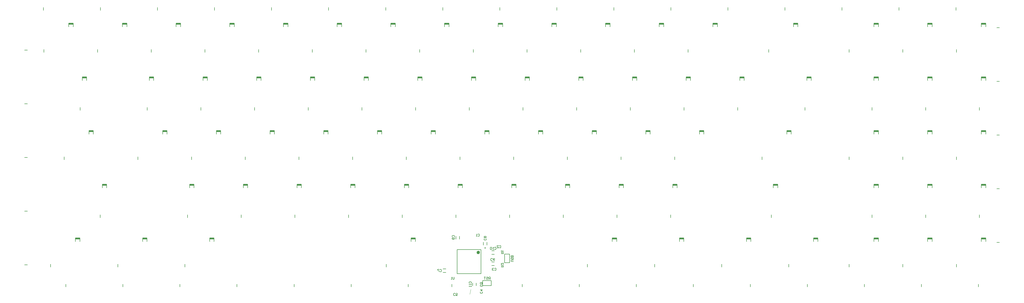
<source format=gbo>
G04*
G04 #@! TF.GenerationSoftware,Altium Limited,Altium Designer,20.1.14 (287)*
G04*
G04 Layer_Color=32896*
%FSLAX25Y25*%
%MOIN*%
G70*
G04*
G04 #@! TF.SameCoordinates,5E7EC535-6302-435E-A40C-08F812187638*
G04*
G04*
G04 #@! TF.FilePolarity,Positive*
G04*
G01*
G75*
%ADD10C,0.00500*%
%ADD67C,0.00984*%
%ADD68C,0.02362*%
%ADD69C,0.00787*%
%ADD70C,0.00394*%
%ADD71C,0.00600*%
%ADD72R,0.06248X0.02000*%
D10*
X952251Y14710D02*
Y18647D01*
X1031938Y14710D02*
Y18647D01*
X1111626Y14710D02*
Y18647D01*
X1191313Y14710D02*
Y18647D01*
X1271001Y14710D02*
Y18647D01*
X1350688Y14710D02*
Y18647D01*
X1376153Y76818D02*
X1380090D01*
X1376153Y151817D02*
X1380090D01*
X1376153Y226817D02*
X1380090D01*
X1376153Y301817D02*
X1380090D01*
X75688Y14710D02*
Y18647D01*
X155376Y14710D02*
Y18647D01*
X235064Y14710D02*
Y18647D01*
X314751Y14710D02*
Y18647D01*
X394439Y14710D02*
Y18647D01*
X474126Y14710D02*
Y18647D01*
X553814Y14710D02*
Y18647D01*
X614901Y14710D02*
Y18647D01*
X713189Y14710D02*
Y18647D01*
X792876Y14710D02*
Y18647D01*
X872563Y14710D02*
Y18647D01*
X442749Y401153D02*
Y405090D01*
X363061Y401153D02*
Y405090D01*
X283374Y401153D02*
Y405090D01*
X203686Y401153D02*
Y405090D01*
X123999Y401153D02*
Y405090D01*
X44311Y401153D02*
Y405090D01*
X17910Y345443D02*
X21847D01*
X17910Y270437D02*
X21847D01*
X17910Y195437D02*
X21847D01*
X17910Y120437D02*
X21847D01*
X17910Y45437D02*
X21847D01*
X1319312Y401153D02*
Y405090D01*
X1239624Y401153D02*
Y405090D01*
X1159937Y401153D02*
Y405090D01*
X1080249Y401153D02*
Y405090D01*
X1000562Y401153D02*
Y405090D01*
X920874Y401153D02*
Y405090D01*
X841187Y401153D02*
Y405090D01*
X761499Y401153D02*
Y405090D01*
X681812Y401153D02*
Y405090D01*
X602124Y401153D02*
Y405090D01*
X522437Y401153D02*
Y405090D01*
X1376153Y376817D02*
X1380090D01*
X119996Y342536D02*
Y346473D01*
X194996Y342536D02*
Y346473D01*
X269996Y342536D02*
Y346473D01*
X344996Y342536D02*
Y346473D01*
X419990Y342536D02*
Y346473D01*
X494994Y342540D02*
Y346477D01*
X644998Y342536D02*
Y346473D01*
X719998Y342536D02*
Y346473D01*
X794998Y342536D02*
Y346473D01*
X869998Y342536D02*
Y346473D01*
X944998Y342536D02*
Y346473D01*
X1057498Y342536D02*
Y346473D01*
X1169998Y342536D02*
Y346473D01*
X1244995Y342539D02*
Y346476D01*
X1319998Y342536D02*
Y346473D01*
X73118Y192533D02*
Y196470D01*
X176244Y192533D02*
Y196470D01*
X251244Y192533D02*
Y196470D01*
X326244Y192533D02*
Y196470D01*
X401244Y192534D02*
Y196471D01*
X476244Y192534D02*
Y196471D01*
X551244Y192534D02*
Y196471D01*
X626244Y192534D02*
Y196471D01*
X701244Y192534D02*
Y196471D01*
X776244Y192534D02*
Y196471D01*
X851244Y192534D02*
Y196471D01*
X926244Y192534D02*
Y196471D01*
X1048118Y192534D02*
Y196471D01*
X1085618Y42535D02*
Y46472D01*
X1169998Y192536D02*
Y196473D01*
X1244998Y192536D02*
Y196473D01*
X1319998Y192536D02*
Y196473D01*
X54368Y42533D02*
Y46470D01*
X148119Y42534D02*
Y46471D01*
X241869Y42534D02*
Y46471D01*
X523118Y42535D02*
Y46472D01*
X804370Y42535D02*
Y46472D01*
X898118Y42535D02*
Y46472D01*
X991870Y42535D02*
Y46472D01*
X1169998Y42537D02*
Y46474D01*
X1319998Y42537D02*
Y46474D01*
X44993Y342539D02*
Y346476D01*
X1244998Y42537D02*
Y46474D01*
X569998Y342536D02*
Y346473D01*
X189379Y261522D02*
Y265459D01*
X264379Y261522D02*
Y265459D01*
X339379Y261522D02*
Y265459D01*
X414380Y261523D02*
Y265460D01*
X489381Y261522D02*
Y265459D01*
X639381Y261522D02*
Y265459D01*
X714381Y261522D02*
Y265459D01*
X789381Y261522D02*
Y265459D01*
X864381Y261522D02*
Y265459D01*
X939381Y261522D02*
Y265459D01*
X1014381Y261522D02*
Y265459D01*
X1108127Y261520D02*
Y265457D01*
X1201881Y261522D02*
Y265459D01*
X1276881Y261522D02*
Y265459D01*
X1351881Y261522D02*
Y265459D01*
X123751Y111520D02*
Y115456D01*
X245627Y111520D02*
Y115457D01*
X320627Y111520D02*
Y115457D01*
X395627Y111520D02*
Y115457D01*
X470627Y111521D02*
Y115458D01*
X545627Y111521D02*
Y115458D01*
X620627Y111521D02*
Y115458D01*
X695627Y111521D02*
Y115458D01*
X770627Y111521D02*
Y115458D01*
X845627Y111521D02*
Y115458D01*
X920627Y111521D02*
Y115458D01*
X1061253Y111521D02*
Y115458D01*
X1201881Y111523D02*
Y115460D01*
X1276881Y111523D02*
Y115460D01*
X1351881Y111523D02*
Y115460D01*
X95626Y261519D02*
Y265456D01*
X564381Y261522D02*
Y265459D01*
D67*
X661909Y69095D02*
G03*
X661909Y69095I-492J0D01*
G01*
D68*
X652953Y62795D02*
G03*
X652953Y62795I-1181J0D01*
G01*
D69*
X154687Y383152D02*
X160790D01*
Y378152D02*
Y383152D01*
X154687Y378152D02*
Y383152D01*
X229687Y378152D02*
Y383152D01*
X235790Y378152D02*
Y383152D01*
X229687D02*
X235790D01*
X304687D02*
X310790D01*
Y378152D02*
Y383152D01*
X304687Y378152D02*
Y383152D01*
X379687Y378152D02*
Y383152D01*
X385790Y378152D02*
Y383152D01*
X379687D02*
X385790D01*
X454681D02*
X460783D01*
Y378152D02*
Y383152D01*
X454681Y378152D02*
Y383152D01*
X529685Y378156D02*
Y383156D01*
X535787Y378156D02*
Y383156D01*
X529685D02*
X535787D01*
X679689Y383152D02*
X685791D01*
Y378152D02*
Y383152D01*
X679689Y378152D02*
Y383152D01*
X754689Y378152D02*
Y383152D01*
X760791Y378152D02*
Y383152D01*
X754689D02*
X760791D01*
X829689D02*
X835791D01*
Y378152D02*
Y383152D01*
X829689Y378152D02*
Y383152D01*
X904689Y378152D02*
Y383152D01*
X910791Y378152D02*
Y383152D01*
X904689D02*
X910791D01*
X979689D02*
X985791D01*
Y378152D02*
Y383152D01*
X979689Y378152D02*
Y383152D01*
X1092189Y378152D02*
Y383152D01*
X1098291Y378152D02*
Y383152D01*
X1092189D02*
X1098291D01*
X1204689D02*
X1210791D01*
Y378152D02*
Y383152D01*
X1204689Y378152D02*
Y383152D01*
X1279686Y378155D02*
Y383155D01*
X1285788Y378155D02*
Y383155D01*
X1279686D02*
X1285788D01*
X1354689Y383152D02*
X1360791D01*
Y378152D02*
Y383152D01*
X1354689Y378152D02*
Y383152D01*
X107809Y228149D02*
Y233149D01*
X113912Y228149D02*
Y233149D01*
X107809D02*
X113912D01*
X210935Y233150D02*
X217037D01*
Y228150D02*
Y233150D01*
X210935Y228150D02*
Y233150D01*
X285935Y228150D02*
Y233150D01*
X292037Y228150D02*
Y233150D01*
X285935D02*
X292037D01*
X360935D02*
X367037D01*
Y228150D02*
Y233150D01*
X360935Y228150D02*
Y233150D01*
X435935Y228150D02*
Y233150D01*
X442037Y228150D02*
Y233150D01*
X435935D02*
X442037D01*
X510935Y233150D02*
X517037D01*
Y228150D02*
Y233150D01*
X510935Y228150D02*
Y233150D01*
X585935Y228150D02*
Y233150D01*
X592037Y228150D02*
Y233150D01*
X585935D02*
X592037D01*
X660935D02*
X667037D01*
Y228150D02*
Y233150D01*
X660935Y228150D02*
Y233150D01*
X735935Y228150D02*
Y233150D01*
X742037Y228150D02*
Y233150D01*
X735935D02*
X742037D01*
X810935D02*
X817037D01*
Y228150D02*
Y233150D01*
X810935Y228150D02*
Y233150D01*
X885935Y228150D02*
Y233150D01*
X892037Y228150D02*
Y233150D01*
X885935D02*
X892037D01*
X960935D02*
X967037D01*
Y228150D02*
Y233150D01*
X960935Y228150D02*
Y233150D01*
X1082809Y228150D02*
Y233150D01*
X1088911Y228150D02*
Y233150D01*
X1082809D02*
X1088911D01*
X1120309Y83151D02*
X1126411D01*
Y78151D02*
Y83151D01*
X1120309Y78151D02*
Y83151D01*
X1204689Y228152D02*
Y233152D01*
X1210791Y228152D02*
Y233152D01*
X1204689D02*
X1210791D01*
X1279689D02*
X1285791D01*
Y228152D02*
Y233152D01*
X1279689Y228152D02*
Y233152D01*
X1354689Y228152D02*
Y233152D01*
X1360791Y228152D02*
Y233152D01*
X1354689D02*
X1360791D01*
X89060Y83150D02*
X95162D01*
Y78150D02*
Y83150D01*
X89060Y78150D02*
Y83150D01*
X182810Y78150D02*
Y83150D01*
X188912Y78150D02*
Y83150D01*
X182810D02*
X188912D01*
X276560Y83150D02*
X282662D01*
Y78150D02*
Y83150D01*
X276560Y78150D02*
Y83150D01*
X557809Y78151D02*
Y83151D01*
X563911Y78151D02*
Y83151D01*
X557809D02*
X563911D01*
X839061D02*
X845163D01*
Y78151D02*
Y83151D01*
X839061Y78151D02*
Y83151D01*
X932809Y78151D02*
Y83151D01*
X938911Y78151D02*
Y83151D01*
X932809D02*
X938911D01*
X1026561D02*
X1032663D01*
Y78151D02*
Y83151D01*
X1026561Y78151D02*
Y83151D01*
X1204689Y78153D02*
Y83153D01*
X1210791Y78153D02*
Y83153D01*
X1204689D02*
X1210791D01*
X1354689Y83153D02*
X1360791D01*
Y78153D02*
Y83153D01*
X1354689Y78153D02*
Y83153D01*
X79685Y378155D02*
Y383155D01*
X85787Y378155D02*
Y383155D01*
X79685D02*
X85787D01*
X1279689Y83153D02*
X1285791D01*
Y78153D02*
Y83153D01*
X1279689Y78153D02*
Y83153D01*
X604689Y378152D02*
Y383152D01*
X610791Y378152D02*
Y383152D01*
X604689D02*
X610791D01*
X192187Y308152D02*
X198290D01*
Y303152D02*
Y308152D01*
X192187Y303152D02*
Y308152D01*
X267187D02*
X273290D01*
Y303152D02*
Y308152D01*
X267187Y303152D02*
Y308152D01*
X342187D02*
X348290D01*
Y303152D02*
Y308152D01*
X342187Y303152D02*
Y308152D01*
X417188Y308153D02*
X423290D01*
Y303153D02*
Y308153D01*
X417188Y303153D02*
Y308153D01*
X492189Y308152D02*
X498291D01*
Y303152D02*
Y308152D01*
X492189Y303152D02*
Y308152D01*
X642189D02*
X648291D01*
Y303152D02*
Y308152D01*
X642189Y303152D02*
Y308152D01*
X717189D02*
X723291D01*
Y303152D02*
Y308152D01*
X717189Y303152D02*
Y308152D01*
X792189D02*
X798291D01*
Y303152D02*
Y308152D01*
X792189Y303152D02*
Y308152D01*
X867189D02*
X873291D01*
Y303152D02*
Y308152D01*
X867189Y303152D02*
Y308152D01*
X942189D02*
X948291D01*
Y303152D02*
Y308152D01*
X942189Y303152D02*
Y308152D01*
X1017189D02*
X1023291D01*
Y303152D02*
Y308152D01*
X1017189Y303152D02*
Y308152D01*
X1110935Y308150D02*
X1117037D01*
Y303150D02*
Y308150D01*
X1110935Y303150D02*
Y308150D01*
X1204689Y308152D02*
X1210791D01*
Y303152D02*
Y308152D01*
X1204689Y303152D02*
Y308152D01*
X1279689D02*
X1285791D01*
Y303152D02*
Y308152D01*
X1279689Y303152D02*
Y308152D01*
X1354689Y308152D02*
X1360791D01*
Y303152D02*
Y308152D01*
X1354689Y303152D02*
Y308152D01*
X126559Y158150D02*
X132662D01*
Y153150D02*
Y158150D01*
X126559Y153150D02*
Y158150D01*
X248435Y158150D02*
X254537D01*
Y153150D02*
Y158150D01*
X248435Y153150D02*
Y158150D01*
X323435D02*
X329537D01*
Y153150D02*
Y158150D01*
X323435Y153150D02*
Y158150D01*
X398435Y158150D02*
X404537D01*
Y153150D02*
Y158150D01*
X398435Y153150D02*
Y158150D01*
X473435Y158151D02*
X479537D01*
Y153151D02*
Y158151D01*
X473435Y153151D02*
Y158151D01*
X548435D02*
X554537D01*
Y153151D02*
Y158151D01*
X548435Y153151D02*
Y158151D01*
X623435D02*
X629537D01*
Y153151D02*
Y158151D01*
X623435Y153151D02*
Y158151D01*
X698435D02*
X704537D01*
Y153151D02*
Y158151D01*
X698435Y153151D02*
Y158151D01*
X773435D02*
X779537D01*
Y153151D02*
Y158151D01*
X773435Y153151D02*
Y158151D01*
X848435D02*
X854537D01*
Y153151D02*
Y158151D01*
X848435Y153151D02*
Y158151D01*
X923435D02*
X929537D01*
Y153151D02*
Y158151D01*
X923435Y153151D02*
Y158151D01*
X1064061D02*
X1070163D01*
Y153151D02*
Y158151D01*
X1064061Y153151D02*
Y158151D01*
X1204689Y158153D02*
X1210791D01*
Y153153D02*
Y158153D01*
X1204689Y153153D02*
Y158153D01*
X1279689D02*
X1285791D01*
Y153153D02*
Y158153D01*
X1279689Y153153D02*
Y158153D01*
X1354689Y158153D02*
X1360791D01*
Y153153D02*
Y158153D01*
X1354689Y153153D02*
Y158153D01*
X98435Y308149D02*
X104537D01*
Y303149D02*
Y308149D01*
X98435Y303149D02*
Y308149D01*
X567189Y308152D02*
X573291D01*
Y303152D02*
Y308152D01*
X567189Y303152D02*
Y308152D01*
X688583Y48425D02*
X695669D01*
X688583D02*
Y60512D01*
X695669D01*
Y48425D02*
Y60512D01*
X622244Y33268D02*
Y66732D01*
Y33268D02*
X655709D01*
X622244Y66732D02*
X655709D01*
Y33268D02*
Y66732D01*
X657992Y16535D02*
X670079D01*
X657992D02*
Y23622D01*
X670079D01*
Y16535D02*
Y23622D01*
X670472Y60098D02*
X674409D01*
X670472Y65098D02*
X674409D01*
X620728Y81496D02*
Y85433D01*
X625728Y81496D02*
Y85433D01*
X644089Y16363D02*
Y20300D01*
X649089Y16363D02*
Y20300D01*
X658917Y73228D02*
Y77165D01*
X663917Y73228D02*
Y77165D01*
X602756Y34902D02*
X606693D01*
X602756Y39902D02*
X606693D01*
X670472Y44350D02*
X674409D01*
X670472Y49350D02*
X674409D01*
D70*
X639764Y4528D02*
X641339Y11220D01*
D71*
X700812Y50065D02*
X698146D01*
X697613Y50599D01*
Y51665D01*
X698146Y52198D01*
X700812D01*
X700279Y55397D02*
X700812Y54864D01*
Y53798D01*
X700279Y53264D01*
X699746D01*
X699213Y53798D01*
Y54864D01*
X698679Y55397D01*
X698146D01*
X697613Y54864D01*
Y53798D01*
X698146Y53264D01*
X700812Y56463D02*
X697613D01*
Y58063D01*
X698146Y58596D01*
X698679D01*
X699213Y58063D01*
Y56463D01*
Y58063D01*
X699746Y58596D01*
X700279D01*
X700812Y58063D01*
Y56463D01*
X618274Y28371D02*
Y25705D01*
X617741Y25172D01*
X616675D01*
X616142Y25705D01*
Y28371D01*
X615075Y25172D02*
X614009D01*
X614542D01*
Y28371D01*
X615075Y27838D01*
X657899Y20776D02*
X654700D01*
Y19177D01*
X655233Y18643D01*
X656299D01*
X656832Y19177D01*
Y20776D01*
Y19710D02*
X657899Y18643D01*
X655233Y17577D02*
X654700Y17044D01*
Y15978D01*
X655233Y15444D01*
X655766D01*
X656299Y15978D01*
Y16511D01*
Y15978D01*
X656832Y15444D01*
X657366D01*
X657899Y15978D01*
Y17044D01*
X657366Y17577D01*
X683834Y42610D02*
X687033D01*
Y44209D01*
X686499Y44742D01*
X685433D01*
X684900Y44209D01*
Y42610D01*
Y43676D02*
X683834Y44742D01*
Y47941D02*
Y45809D01*
X685966Y47941D01*
X686499D01*
X687033Y47408D01*
Y46342D01*
X686499Y45809D01*
X683834Y61253D02*
X687033D01*
Y62853D01*
X686499Y63386D01*
X685433D01*
X684900Y62853D01*
Y61253D01*
Y62319D02*
X683834Y63386D01*
Y64452D02*
Y65518D01*
Y64985D01*
X687033D01*
X686499Y64452D01*
X668438Y25172D02*
Y28371D01*
X666839D01*
X666306Y27838D01*
Y26772D01*
X666839Y26239D01*
X668438D01*
X667372D02*
X666306Y25172D01*
X663107Y27838D02*
X663640Y28371D01*
X664706D01*
X665239Y27838D01*
Y27305D01*
X664706Y26772D01*
X663640D01*
X663107Y26239D01*
Y25705D01*
X663640Y25172D01*
X664706D01*
X665239Y25705D01*
X662041Y28371D02*
X659908D01*
X660974D01*
Y25172D01*
X674307Y69570D02*
X674840Y70103D01*
X675907D01*
X676440Y69570D01*
Y67438D01*
X675907Y66904D01*
X674840D01*
X674307Y67438D01*
X673241Y66904D02*
X672174D01*
X672708D01*
Y70103D01*
X673241Y69570D01*
X670575D02*
X670042Y70103D01*
X668975D01*
X668442Y69570D01*
Y67438D01*
X668975Y66904D01*
X670042D01*
X670575Y67438D01*
Y69570D01*
X615863Y84391D02*
X615330Y84925D01*
Y85991D01*
X615863Y86524D01*
X617995D01*
X618529Y85991D01*
Y84925D01*
X617995Y84391D01*
Y83325D02*
X618529Y82792D01*
Y81726D01*
X617995Y81192D01*
X615863D01*
X615330Y81726D01*
Y82792D01*
X615863Y83325D01*
X616396D01*
X616929Y82792D01*
Y81192D01*
X639485Y19837D02*
X638952Y20370D01*
Y21436D01*
X639485Y21970D01*
X641617D01*
X642151Y21436D01*
Y20370D01*
X641617Y19837D01*
X642151Y18770D02*
Y17704D01*
Y18237D01*
X638952D01*
X639485Y18770D01*
X642151Y16105D02*
Y15038D01*
Y15572D01*
X638952D01*
X639485Y16105D01*
X662484Y82144D02*
X663017Y81611D01*
Y80545D01*
X662484Y80011D01*
X660351D01*
X659818Y80545D01*
Y81611D01*
X660351Y82144D01*
X662484Y83210D02*
X663017Y83744D01*
Y84810D01*
X662484Y85343D01*
X661950D01*
X661417Y84810D01*
X660884Y85343D01*
X660351D01*
X659818Y84810D01*
Y83744D01*
X660351Y83210D01*
X660884D01*
X661417Y83744D01*
X661950Y83210D01*
X662484D01*
X661417Y83744D02*
Y84810D01*
X598171Y38468D02*
X598704Y39001D01*
X599770D01*
X600304Y38468D01*
Y36335D01*
X599770Y35802D01*
X598704D01*
X598171Y36335D01*
X597105Y39001D02*
X594972D01*
Y38468D01*
X597105Y36335D01*
Y35802D01*
X671514Y51690D02*
X670981Y51156D01*
X669915D01*
X669381Y51690D01*
Y53822D01*
X669915Y54355D01*
X670981D01*
X671514Y53822D01*
X674713Y51156D02*
X673647Y51690D01*
X672580Y52756D01*
Y53822D01*
X673114Y54355D01*
X674180D01*
X674713Y53822D01*
Y53289D01*
X674180Y52756D01*
X672580D01*
X619546Y3066D02*
X619012Y2532D01*
X617946D01*
X617413Y3066D01*
Y5198D01*
X617946Y5731D01*
X619012D01*
X619546Y5198D01*
X622745Y2532D02*
X620612D01*
Y4132D01*
X621678Y3599D01*
X622211D01*
X622745Y4132D01*
Y5198D01*
X622211Y5731D01*
X621145D01*
X620612Y5198D01*
X657109Y7877D02*
X657643Y7344D01*
Y6277D01*
X657109Y5744D01*
X654977D01*
X654444Y6277D01*
Y7344D01*
X654977Y7877D01*
X654444Y10543D02*
X657643D01*
X656043Y8943D01*
Y11076D01*
X674549Y40436D02*
X675082Y40970D01*
X676148D01*
X676682Y40436D01*
Y38304D01*
X676148Y37771D01*
X675082D01*
X674549Y38304D01*
X673483Y40436D02*
X672949Y40970D01*
X671883D01*
X671350Y40436D01*
Y39903D01*
X671883Y39370D01*
X672416D01*
X671883D01*
X671350Y38837D01*
Y38304D01*
X671883Y37771D01*
X672949D01*
X673483Y38304D01*
X681242Y71933D02*
X681775Y72466D01*
X682841D01*
X683375Y71933D01*
Y69800D01*
X682841Y69267D01*
X681775D01*
X681242Y69800D01*
X678043Y69267D02*
X680175D01*
X678043Y71399D01*
Y71933D01*
X678576Y72466D01*
X679642D01*
X680175Y71933D01*
X651181Y88074D02*
X651714Y88607D01*
X652781D01*
X653314Y88074D01*
Y85941D01*
X652781Y85408D01*
X651714D01*
X651181Y85941D01*
X650115Y85408D02*
X649048D01*
X649582D01*
Y88607D01*
X650115Y88074D01*
D72*
X157863Y382152D02*
D03*
X232863D02*
D03*
X307863D02*
D03*
X382863D02*
D03*
X457856D02*
D03*
X532860Y382156D02*
D03*
X682864Y382152D02*
D03*
X757864D02*
D03*
X832864D02*
D03*
X907864D02*
D03*
X982864D02*
D03*
X1095364D02*
D03*
X1207864D02*
D03*
X1282861Y382155D02*
D03*
X1357864Y382152D02*
D03*
X110985Y232149D02*
D03*
X214110Y232150D02*
D03*
X289110D02*
D03*
X364110D02*
D03*
X439110Y232150D02*
D03*
X514110Y232150D02*
D03*
X589110D02*
D03*
X664110D02*
D03*
X739110D02*
D03*
X814110D02*
D03*
X889110D02*
D03*
X964110D02*
D03*
X1085984D02*
D03*
X1123484Y82151D02*
D03*
X1207864Y232152D02*
D03*
X1282864D02*
D03*
X1357864Y232152D02*
D03*
X92235Y82150D02*
D03*
X185985Y82150D02*
D03*
X279735Y82150D02*
D03*
X560984Y82151D02*
D03*
X842236D02*
D03*
X935984D02*
D03*
X1029736D02*
D03*
X1207864Y82153D02*
D03*
X1357864Y82153D02*
D03*
X82860Y382155D02*
D03*
X1282864Y82153D02*
D03*
X607864Y382152D02*
D03*
X195363Y307152D02*
D03*
X270363D02*
D03*
X345363D02*
D03*
X420363Y307153D02*
D03*
X495364Y307152D02*
D03*
X645364D02*
D03*
X720364D02*
D03*
X795364D02*
D03*
X870364D02*
D03*
X945364D02*
D03*
X1020364D02*
D03*
X1114110Y307150D02*
D03*
X1207864Y307152D02*
D03*
X1282864D02*
D03*
X1357864Y307152D02*
D03*
X129735Y157150D02*
D03*
X251610Y157150D02*
D03*
X326610D02*
D03*
X401610Y157150D02*
D03*
X476610Y157151D02*
D03*
X551610D02*
D03*
X626610D02*
D03*
X701610D02*
D03*
X776610D02*
D03*
X851610D02*
D03*
X926610D02*
D03*
X1067236D02*
D03*
X1207864Y157153D02*
D03*
X1282864D02*
D03*
X1357864D02*
D03*
X101610Y307149D02*
D03*
X570364Y307152D02*
D03*
M02*

</source>
